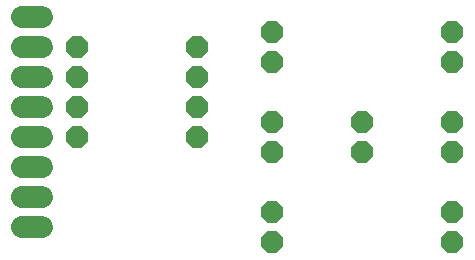
<source format=gbr>
G04 EAGLE Gerber X2 export*
G04 #@! %TF.Part,Single*
G04 #@! %TF.FileFunction,Soldermask,Bot,1*
G04 #@! %TF.FilePolarity,Negative*
G04 #@! %TF.GenerationSoftware,Autodesk,EAGLE,9.0.0*
G04 #@! %TF.CreationDate,2019-08-08T19:07:24Z*
G75*
%MOMM*%
%FSLAX34Y34*%
%LPD*%
%AMOC8*
5,1,8,0,0,1.08239X$1,22.5*%
G01*
%ADD10C,1.879600*%
%ADD11P,2.034460X8X22.500000*%
%ADD12P,2.034460X8X112.500000*%


D10*
X97282Y228600D02*
X80518Y228600D01*
X80518Y203200D02*
X97282Y203200D01*
X97282Y177800D02*
X80518Y177800D01*
X80518Y152400D02*
X97282Y152400D01*
X97282Y127000D02*
X80518Y127000D01*
X80518Y101600D02*
X97282Y101600D01*
X97282Y76200D02*
X80518Y76200D01*
X80518Y50800D02*
X97282Y50800D01*
D11*
X127000Y203200D03*
X228600Y203200D03*
D12*
X292100Y190500D03*
X292100Y215900D03*
X292100Y114300D03*
X292100Y139700D03*
X292100Y38100D03*
X292100Y63500D03*
X368300Y114300D03*
X368300Y139700D03*
X444500Y190500D03*
X444500Y215900D03*
X444500Y114300D03*
X444500Y139700D03*
X444500Y38100D03*
X444500Y63500D03*
D11*
X127000Y177800D03*
X228600Y177800D03*
X127000Y152400D03*
X228600Y152400D03*
X127000Y127000D03*
X228600Y127000D03*
M02*

</source>
